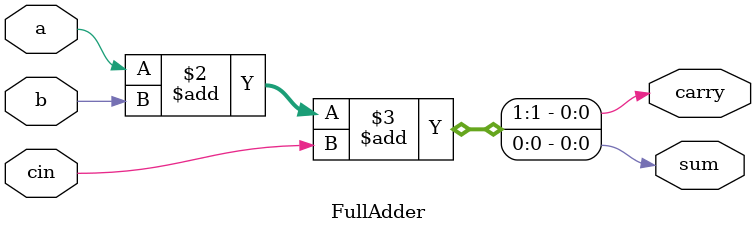
<source format=v>
module Hw_4bitFullAdder(sum, c_out, a, b, cin);

	output[3:0] sum;
	output c_out;
	input cin;
	input[3:0] a, b;
	wire c0, c1, c2;
	
	FullAdder full_adder0(sum[0], c0, a[0], b[0], cin);
	FullAdder full_adder1(sum[1], c1, a[1], b[1], c0);
	FullAdder full_adder2(sum[2], c2, a[2], b[2], c1);
	FullAdder full_adder3(sum[3], c_out, a[3], b[3], c2);

	
endmodule

	module FullAdder(sum, carry, a, b, cin);
		input a, b, cin;
		output sum, carry;
		reg sum, carry;
		always @(a or b or cin)
			begin
			{carry, sum} = a + b + cin;
			end
		
endmodule
	
	
</source>
